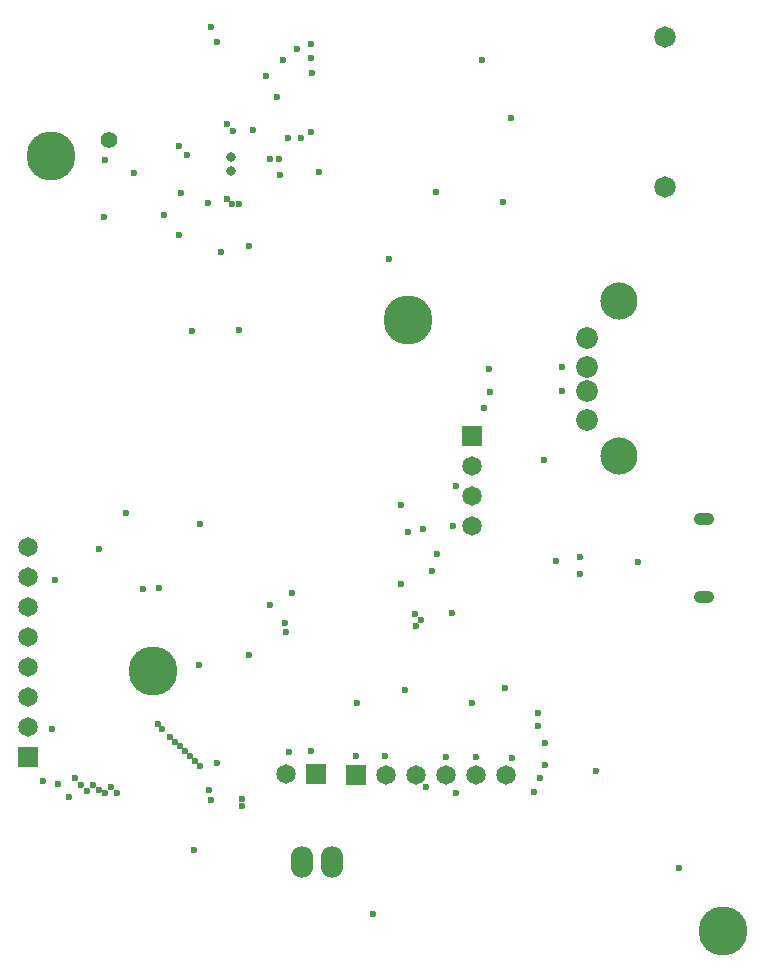
<source format=gbs>
G04*
G04 #@! TF.GenerationSoftware,Altium Limited,Altium Designer,20.1.11 (218)*
G04*
G04 Layer_Color=16711935*
%FSLAX24Y24*%
%MOIN*%
G70*
G04*
G04 #@! TF.SameCoordinates,FE305F3D-5073-4B85-8CB4-D00664FC1F7A*
G04*
G04*
G04 #@! TF.FilePolarity,Negative*
G04*
G01*
G75*
%ADD82C,0.0728*%
%ADD83C,0.1240*%
%ADD84C,0.0650*%
%ADD85R,0.0650X0.0650*%
%ADD86R,0.0650X0.0650*%
%ADD87O,0.0748X0.1043*%
%ADD88C,0.0715*%
%ADD89C,0.1634*%
%ADD90O,0.0689X0.0413*%
%ADD91C,0.0236*%
%ADD92C,0.0559*%
%ADD93C,0.0319*%
D82*
X42557Y31262D02*
D03*
Y33034D02*
D03*
Y32246D02*
D03*
Y34018D02*
D03*
D83*
X43624Y30053D02*
D03*
Y35227D02*
D03*
D84*
X38710Y27740D02*
D03*
Y28740D02*
D03*
Y29740D02*
D03*
X23920Y27040D02*
D03*
Y26040D02*
D03*
Y25040D02*
D03*
Y24040D02*
D03*
Y23040D02*
D03*
Y22040D02*
D03*
Y21040D02*
D03*
X39850Y19420D02*
D03*
X38850D02*
D03*
X37850D02*
D03*
X36850D02*
D03*
X35850D02*
D03*
X32510Y19466D02*
D03*
D85*
X38710Y30740D02*
D03*
X23920Y20040D02*
D03*
D86*
X34850Y19420D02*
D03*
X33510Y19466D02*
D03*
D87*
X33060Y16520D02*
D03*
X34060D02*
D03*
D88*
X45147Y44030D02*
D03*
Y39030D02*
D03*
D89*
X28090Y22910D02*
D03*
X36590Y34600D02*
D03*
X24700Y40060D02*
D03*
X47080Y14230D02*
D03*
D90*
X46460Y25363D02*
D03*
Y27962D02*
D03*
D91*
X42330Y26130D02*
D03*
X42310Y26700D02*
D03*
X34900Y21850D02*
D03*
X38720Y21820D02*
D03*
X31410Y40950D02*
D03*
X33360Y40870D02*
D03*
X36370Y28420D02*
D03*
X38090Y27740D02*
D03*
X37080Y27620D02*
D03*
X37560Y26800D02*
D03*
X36590Y27530D02*
D03*
X41520Y26580D02*
D03*
X37180Y19029D02*
D03*
X44250Y26540D02*
D03*
X28950Y40390D02*
D03*
X29010Y38820D02*
D03*
X42860Y19580D02*
D03*
X40050Y20000D02*
D03*
X38850Y20030D02*
D03*
X41170Y19770D02*
D03*
X40800Y18870D02*
D03*
X39110Y31670D02*
D03*
X30360Y36860D02*
D03*
X26280Y18950D02*
D03*
X30950Y34260D02*
D03*
X29390Y34250D02*
D03*
X27200Y28180D02*
D03*
X26279Y26970D02*
D03*
X27750Y25630D02*
D03*
X28950Y37440D02*
D03*
X29920Y38510D02*
D03*
X28460Y38110D02*
D03*
X26090Y19100D02*
D03*
X25893Y18913D02*
D03*
X25698Y19108D02*
D03*
X27460Y39500D02*
D03*
X25500Y19330D02*
D03*
X26470Y38020D02*
D03*
X25300Y18700D02*
D03*
X31300Y23430D02*
D03*
X36500Y22280D02*
D03*
X37390Y26250D02*
D03*
X36340Y25810D02*
D03*
X32273Y39953D02*
D03*
X32330Y39450D02*
D03*
X32003Y39957D02*
D03*
X33030Y40680D02*
D03*
X33610Y39540D02*
D03*
X35950Y36650D02*
D03*
X31300Y37070D02*
D03*
X26480Y39921D02*
D03*
X24410Y19240D02*
D03*
X24710Y20980D02*
D03*
X24820Y25940D02*
D03*
X24910Y19140D02*
D03*
X29440Y16950D02*
D03*
X26490Y18840D02*
D03*
X28290Y25670D02*
D03*
X30545Y38620D02*
D03*
X30220Y43860D02*
D03*
X29230Y40110D02*
D03*
X30966Y38455D02*
D03*
X30730Y38480D02*
D03*
X26680Y19040D02*
D03*
X26880Y18840D02*
D03*
X30030Y44380D02*
D03*
X32230Y42040D02*
D03*
X32580Y40670D02*
D03*
X31870Y42730D02*
D03*
X32430Y43280D02*
D03*
X39740Y38520D02*
D03*
X37510Y38880D02*
D03*
X30551Y41120D02*
D03*
X30740Y40910D02*
D03*
X39050Y43260D02*
D03*
X33380Y42850D02*
D03*
X33350Y43790D02*
D03*
Y43340D02*
D03*
X32880Y43640D02*
D03*
X40030Y41320D02*
D03*
X38180Y29060D02*
D03*
X41130Y29920D02*
D03*
X39320Y32210D02*
D03*
X28400Y20970D02*
D03*
X28240Y21140D02*
D03*
X39290Y32960D02*
D03*
X29628Y23102D02*
D03*
X31980Y25100D02*
D03*
X40920Y21510D02*
D03*
X28660Y20700D02*
D03*
X40910Y21070D02*
D03*
X28830Y20540D02*
D03*
X29486Y19907D02*
D03*
X29000Y20390D02*
D03*
X29650Y19750D02*
D03*
X29165Y20229D02*
D03*
X29329Y20072D02*
D03*
X39830Y22330D02*
D03*
X41170Y20490D02*
D03*
X40979Y19340D02*
D03*
X45610Y16350D02*
D03*
X30217Y19823D02*
D03*
X32735Y25500D02*
D03*
X32481Y24510D02*
D03*
X32510Y24211D02*
D03*
X29950Y18930D02*
D03*
X30030Y18610D02*
D03*
X38180Y18850D02*
D03*
X31060Y18650D02*
D03*
X37860Y20040D02*
D03*
X34850Y20080D02*
D03*
X35810Y20060D02*
D03*
X31060Y18410D02*
D03*
X32610Y20200D02*
D03*
X33370Y20230D02*
D03*
X29644Y27787D02*
D03*
X36830Y24800D02*
D03*
X36840Y24410D02*
D03*
X37010Y24600D02*
D03*
X41710Y33040D02*
D03*
X41720Y32240D02*
D03*
X38052Y24849D02*
D03*
X35420Y14810D02*
D03*
D92*
X26630Y40610D02*
D03*
D93*
X30686Y39574D02*
D03*
Y40046D02*
D03*
M02*

</source>
